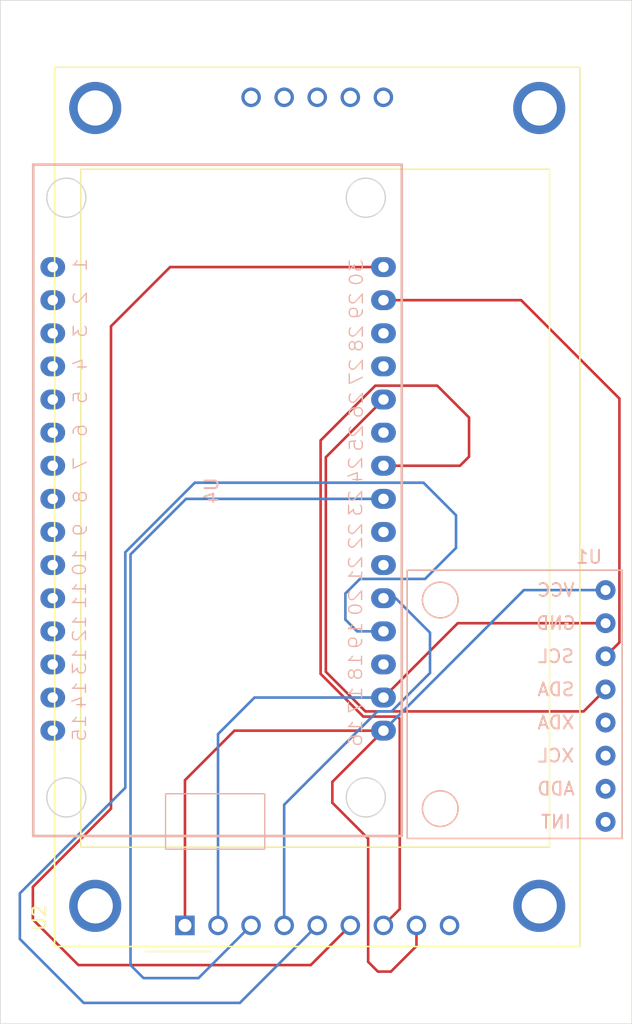
<source format=kicad_pcb>
(kicad_pcb (version 20240108) (generator "pcbnew") (generator_version "8.0")
  (layers (0 "F.Cu" signal) (31 "B.Cu" signal) (34 "B.Paste" user) (35 "F.Paste" user) (36 "B.SilkS" user "B.Silkscreen") (37 "F.SilkS" user "F.Silkscreen") (38 "B.Mask" user) (39 "F.Mask" user) (44 "Edge.Cuts" user))
  (net 0 "")
  (net 20 "Net-(U2-SCK)")
  (net 21 "Net-(U2-RESET)")
  (net 22 "Net-(U2-MOSI)")
  (net 23 "Net-(U2-D{slash}~{C})")
  (net 24 "Net-(U2-~{CS})")
  (net 25 "Net-(U1-SCL)")
  (net 26 "Net-(U1-GND)")
  (net 27 "Net-(U1-SDA)")
  (net 28 "+3.3V")
  (footprint "Display:CR2013-MI2120" (layer "F.Cu") (at 33 87.625411 90)
    (property "Reference" "U2" (at 0.59 -11.18 90) (layer "F.SilkS"))
    (property "Value" "CR2013-MI2120")
    (fp_line (start 65.82 -10.01) (end 65.82 30.33) (stroke (width 0.12)) (layer "F.SilkS"))
    (fp_line (start -1.62 -10.01) (end 65.82 -10.01) (stroke (width 0.12)) (layer "F.SilkS"))
    (fp_line (start 58 -8) (end 58 28) (stroke (width 0.12)) (layer "F.SilkS"))
    (fp_line (start 6 -8) (end 58 -8) (stroke (width 0.12)) (layer "F.SilkS"))
    (fp_line (start -2 -3) (end -2 2) (stroke (width 0.12)) (layer "F.SilkS"))
    (fp_line (start 58 28) (end 6 28) (stroke (width 0.12)) (layer "F.SilkS"))
    (fp_line (start 6 28) (end 6 -8) (stroke (width 0.12)) (layer "F.SilkS"))
    (fp_line (start 65.82 30.33) (end -1.62 30.33) (stroke (width 0.12)) (layer "F.SilkS"))
    (fp_line (start -1.62 30.33) (end -1.62 -10.01) (stroke (width 0.12)) (layer "F.SilkS"))
    (pad "" thru_hole circle (at 1.5 -6.89 90) (size 4 4) (drill 2.7) (layers "*.Cu" "*.Mask" "In1.Cu" "In2.Cu" "In3.Cu" "In4.Cu" "In5.Cu" "In6.Cu" "In7.Cu" "In8.Cu" "In9.Cu" "In10.Cu" "In11.Cu" "In12.Cu" "In13.Cu" "In14.Cu" "In15.Cu" "In16.Cu" "In17.Cu" "In18.Cu" "In19.Cu" "In20.Cu" "In21.Cu" "In22.Cu" "In23.Cu" "In24.Cu" "In25.Cu" "In26.Cu" "In27.Cu" "In28.Cu" "In29.Cu" "In30.Cu"))
    (pad "" thru_hole circle (at 1.5 27.21 90) (size 4 4) (drill 2.7) (layers "*.Cu" "*.Mask" "In1.Cu" "In2.Cu" "In3.Cu" "In4.Cu" "In5.Cu" "In6.Cu" "In7.Cu" "In8.Cu" "In9.Cu" "In10.Cu" "In11.Cu" "In12.Cu" "In13.Cu" "In14.Cu" "In15.Cu" "In16.Cu" "In17.Cu" "In18.Cu" "In19.Cu" "In20.Cu" "In21.Cu" "In22.Cu" "In23.Cu" "In24.Cu" "In25.Cu" "In26.Cu" "In27.Cu" "In28.Cu" "In29.Cu" "In30.Cu"))
    (pad "" thru_hole circle (at 62.7 -6.89 90) (size 4 4) (drill 2.7) (layers "*.Cu" "*.Mask" "In1.Cu" "In2.Cu" "In3.Cu" "In4.Cu" "In5.Cu" "In6.Cu" "In7.Cu" "In8.Cu" "In9.Cu" "In10.Cu" "In11.Cu" "In12.Cu" "In13.Cu" "In14.Cu" "In15.Cu" "In16.Cu" "In17.Cu" "In18.Cu" "In19.Cu" "In20.Cu" "In21.Cu" "In22.Cu" "In23.Cu" "In24.Cu" "In25.Cu" "In26.Cu" "In27.Cu" "In28.Cu" "In29.Cu" "In30.Cu"))
    (pad "" thru_hole circle (at 62.7 27.21 90) (size 4 4) (drill 2.7) (layers "*.Cu" "*.Mask" "In1.Cu" "In2.Cu" "In3.Cu" "In4.Cu" "In5.Cu" "In6.Cu" "In7.Cu" "In8.Cu" "In9.Cu" "In10.Cu" "In11.Cu" "In12.Cu" "In13.Cu" "In14.Cu" "In15.Cu" "In16.Cu" "In17.Cu" "In18.Cu" "In19.Cu" "In20.Cu" "In21.Cu" "In22.Cu" "In23.Cu" "In24.Cu" "In25.Cu" "In26.Cu" "In27.Cu" "In28.Cu" "In29.Cu" "In30.Cu"))
    (pad "1" thru_hole rect (at 0 0 90) (size 1.5 1.5) (drill 1) (layers "*.Cu" "*.Mask" "In1.Cu" "In2.Cu" "In3.Cu" "In4.Cu" "In5.Cu" "In6.Cu" "In7.Cu" "In8.Cu" "In9.Cu" "In10.Cu" "In11.Cu" "In12.Cu" "In13.Cu" "In14.Cu" "In15.Cu" "In16.Cu" "In17.Cu" "In18.Cu" "In19.Cu" "In20.Cu" "In21.Cu" "In22.Cu" "In23.Cu" "In24.Cu" "In25.Cu" "In26.Cu" "In27.Cu" "In28.Cu" "In29.Cu" "In30.Cu") (net 28 "+3.3V"))
    (pad "2" thru_hole circle (at 0 2.54 90) (size 1.5 1.5) (drill 1) (layers "*.Cu" "*.Mask" "In1.Cu" "In2.Cu" "In3.Cu" "In4.Cu" "In5.Cu" "In6.Cu" "In7.Cu" "In8.Cu" "In9.Cu" "In10.Cu" "In11.Cu" "In12.Cu" "In13.Cu" "In14.Cu" "In15.Cu" "In16.Cu" "In17.Cu" "In18.Cu" "In19.Cu" "In20.Cu" "In21.Cu" "In22.Cu" "In23.Cu" "In24.Cu" "In25.Cu" "In26.Cu" "In27.Cu" "In28.Cu" "In29.Cu" "In30.Cu") (net 26 "Net-(U1-GND)"))
    (pad "3" thru_hole circle (at 0 5.08 90) (size 1.5 1.5) (drill 1) (layers "*.Cu" "*.Mask" "In1.Cu" "In2.Cu" "In3.Cu" "In4.Cu" "In5.Cu" "In6.Cu" "In7.Cu" "In8.Cu" "In9.Cu" "In10.Cu" "In11.Cu" "In12.Cu" "In13.Cu" "In14.Cu" "In15.Cu" "In16.Cu" "In17.Cu" "In18.Cu" "In19.Cu" "In20.Cu" "In21.Cu" "In22.Cu" "In23.Cu" "In24.Cu" "In25.Cu" "In26.Cu" "In27.Cu" "In28.Cu" "In29.Cu" "In30.Cu") (net 24 "Net-(U2-~{CS})"))
    (pad "4" thru_hole circle (at 0 7.62 90) (size 1.5 1.5) (drill 1) (layers "*.Cu" "*.Mask" "In1.Cu" "In2.Cu" "In3.Cu" "In4.Cu" "In5.Cu" "In6.Cu" "In7.Cu" "In8.Cu" "In9.Cu" "In10.Cu" "In11.Cu" "In12.Cu" "In13.Cu" "In14.Cu" "In15.Cu" "In16.Cu" "In17.Cu" "In18.Cu" "In19.Cu" "In20.Cu" "In21.Cu" "In22.Cu" "In23.Cu" "In24.Cu" "In25.Cu" "In26.Cu" "In27.Cu" "In28.Cu" "In29.Cu" "In30.Cu") (net 21 "Net-(U2-RESET)"))
    (pad "5" thru_hole circle (at 0 10.16 90) (size 1.5 1.5) (drill 1) (layers "*.Cu" "*.Mask" "In1.Cu" "In2.Cu" "In3.Cu" "In4.Cu" "In5.Cu" "In6.Cu" "In7.Cu" "In8.Cu" "In9.Cu" "In10.Cu" "In11.Cu" "In12.Cu" "In13.Cu" "In14.Cu" "In15.Cu" "In16.Cu" "In17.Cu" "In18.Cu" "In19.Cu" "In20.Cu" "In21.Cu" "In22.Cu" "In23.Cu" "In24.Cu" "In25.Cu" "In26.Cu" "In27.Cu" "In28.Cu" "In29.Cu" "In30.Cu") (net 23 "Net-(U2-D{slash}~{C})"))
    (pad "6" thru_hole circle (at 0 12.7 90) (size 1.5 1.5) (drill 1) (layers "*.Cu" "*.Mask" "In1.Cu" "In2.Cu" "In3.Cu" "In4.Cu" "In5.Cu" "In6.Cu" "In7.Cu" "In8.Cu" "In9.Cu" "In10.Cu" "In11.Cu" "In12.Cu" "In13.Cu" "In14.Cu" "In15.Cu" "In16.Cu" "In17.Cu" "In18.Cu" "In19.Cu" "In20.Cu" "In21.Cu" "In22.Cu" "In23.Cu" "In24.Cu" "In25.Cu" "In26.Cu" "In27.Cu" "In28.Cu" "In29.Cu" "In30.Cu") (net 22 "Net-(U2-MOSI)"))
    (pad "7" thru_hole circle (at 0 15.24 90) (size 1.5 1.5) (drill 1) (layers "*.Cu" "*.Mask" "In1.Cu" "In2.Cu" "In3.Cu" "In4.Cu" "In5.Cu" "In6.Cu" "In7.Cu" "In8.Cu" "In9.Cu" "In10.Cu" "In11.Cu" "In12.Cu" "In13.Cu" "In14.Cu" "In15.Cu" "In16.Cu" "In17.Cu" "In18.Cu" "In19.Cu" "In20.Cu" "In21.Cu" "In22.Cu" "In23.Cu" "In24.Cu" "In25.Cu" "In26.Cu" "In27.Cu" "In28.Cu" "In29.Cu" "In30.Cu") (net 20 "Net-(U2-SCK)"))
    (pad "8" thru_hole circle (at 0 17.78 90) (size 1.5 1.5) (drill 1) (layers "*.Cu" "*.Mask" "In1.Cu" "In2.Cu" "In3.Cu" "In4.Cu" "In5.Cu" "In6.Cu" "In7.Cu" "In8.Cu" "In9.Cu" "In10.Cu" "In11.Cu" "In12.Cu" "In13.Cu" "In14.Cu" "In15.Cu" "In16.Cu" "In17.Cu" "In18.Cu" "In19.Cu" "In20.Cu" "In21.Cu" "In22.Cu" "In23.Cu" "In24.Cu" "In25.Cu" "In26.Cu" "In27.Cu" "In28.Cu" "In29.Cu" "In30.Cu") (net 28 "+3.3V"))
    (pad "9" thru_hole circle (at 0 20.32 90) (size 1.5 1.5) (drill 1) (layers "*.Cu" "*.Mask" "In1.Cu" "In2.Cu" "In3.Cu" "In4.Cu" "In5.Cu" "In6.Cu" "In7.Cu" "In8.Cu" "In9.Cu" "In10.Cu" "In11.Cu" "In12.Cu" "In13.Cu" "In14.Cu" "In15.Cu" "In16.Cu" "In17.Cu" "In18.Cu" "In19.Cu" "In20.Cu" "In21.Cu" "In22.Cu" "In23.Cu" "In24.Cu" "In25.Cu" "In26.Cu" "In27.Cu" "In28.Cu" "In29.Cu" "In30.Cu"))
    (pad "10" thru_hole circle (at 63.52 5.08 90) (size 1.5 1.5) (drill 1) (layers "*.Cu" "*.Mask" "In1.Cu" "In2.Cu" "In3.Cu" "In4.Cu" "In5.Cu" "In6.Cu" "In7.Cu" "In8.Cu" "In9.Cu" "In10.Cu" "In11.Cu" "In12.Cu" "In13.Cu" "In14.Cu" "In15.Cu" "In16.Cu" "In17.Cu" "In18.Cu" "In19.Cu" "In20.Cu" "In21.Cu" "In22.Cu" "In23.Cu" "In24.Cu" "In25.Cu" "In26.Cu" "In27.Cu" "In28.Cu" "In29.Cu" "In30.Cu"))
    (pad "11" thru_hole circle (at 63.52 7.62 90) (size 1.5 1.5) (drill 1) (layers "*.Cu" "*.Mask" "In1.Cu" "In2.Cu" "In3.Cu" "In4.Cu" "In5.Cu" "In6.Cu" "In7.Cu" "In8.Cu" "In9.Cu" "In10.Cu" "In11.Cu" "In12.Cu" "In13.Cu" "In14.Cu" "In15.Cu" "In16.Cu" "In17.Cu" "In18.Cu" "In19.Cu" "In20.Cu" "In21.Cu" "In22.Cu" "In23.Cu" "In24.Cu" "In25.Cu" "In26.Cu" "In27.Cu" "In28.Cu" "In29.Cu" "In30.Cu"))
    (pad "12" thru_hole circle (at 63.52 10.16 90) (size 1.5 1.5) (drill 1) (layers "*.Cu" "*.Mask" "In1.Cu" "In2.Cu" "In3.Cu" "In4.Cu" "In5.Cu" "In6.Cu" "In7.Cu" "In8.Cu" "In9.Cu" "In10.Cu" "In11.Cu" "In12.Cu" "In13.Cu" "In14.Cu" "In15.Cu" "In16.Cu" "In17.Cu" "In18.Cu" "In19.Cu" "In20.Cu" "In21.Cu" "In22.Cu" "In23.Cu" "In24.Cu" "In25.Cu" "In26.Cu" "In27.Cu" "In28.Cu" "In29.Cu" "In30.Cu"))
    (pad "13" thru_hole circle (at 63.52 12.7 90) (size 1.5 1.5) (drill 1) (layers "*.Cu" "*.Mask" "In1.Cu" "In2.Cu" "In3.Cu" "In4.Cu" "In5.Cu" "In6.Cu" "In7.Cu" "In8.Cu" "In9.Cu" "In10.Cu" "In11.Cu" "In12.Cu" "In13.Cu" "In14.Cu" "In15.Cu" "In16.Cu" "In17.Cu" "In18.Cu" "In19.Cu" "In20.Cu" "In21.Cu" "In22.Cu" "In23.Cu" "In24.Cu" "In25.Cu" "In26.Cu" "In27.Cu" "In28.Cu" "In29.Cu" "In30.Cu"))
    (pad "14" thru_hole circle (at 63.52 15.24 90) (size 1.5 1.5) (drill 1) (layers "*.Cu" "*.Mask" "In1.Cu" "In2.Cu" "In3.Cu" "In4.Cu" "In5.Cu" "In6.Cu" "In7.Cu" "In8.Cu" "In9.Cu" "In10.Cu" "In11.Cu" "In12.Cu" "In13.Cu" "In14.Cu" "In15.Cu" "In16.Cu" "In17.Cu" "In18.Cu" "In19.Cu" "In20.Cu" "In21.Cu" "In22.Cu" "In23.Cu" "In24.Cu" "In25.Cu" "In26.Cu" "In27.Cu" "In28.Cu" "In29.Cu" "In30.Cu"))
  )
  (footprint "Espressif:ESP32_30pin" (layer "B.Cu") (at 35.32 54.667911 -90)
    (property "Reference" "U4" (at -0.395187 0.27246 90) (layer "B.SilkS") (effects (justify mirror)))
    (property "Value" "~")
    (fp_rect (start -25.4 13.97) (end 26.1 -14.33) (stroke (width 0.2)) (fill none) (layer "B.SilkS"))
    (fp_rect (start 22.86 3.81) (end 27.114179 -3.81) (stroke (width 0.1)) (fill none) (layer "B.SilkS"))
    (fp_circle (center -22.86 11.43) (end -21.36 11.43) (stroke (width 0.1)) (fill none) (layer "Edge.Cuts"))
    (fp_circle (center 23.14 11.43) (end 24.64 11.43) (stroke (width 0.1)) (fill none) (layer "Edge.Cuts"))
    (fp_circle (center -22.86 -11.57) (end -21.36 -11.57) (stroke (width 0.1)) (fill none) (layer "Edge.Cuts"))
    (fp_circle (center 23.14 -11.57) (end 24.64 -11.57) (stroke (width 0.1)) (fill none) (layer "Edge.Cuts"))
    (fp_text user "24" (at -3.093458 -11.373831 90) (layer "B.SilkS") (effects (font (size 1 1.1) (thickness 0.1)) (justify left bottom mirror)))
    (fp_text user "10" (at 4.015525 9.834583 90) (layer "B.SilkS") (effects (font (size 1 1.1) (thickness 0.1)) (justify left bottom mirror)))
    (fp_text user "1" (at -18.296175 9.77359 90) (layer "B.SilkS") (effects (font (size 1 1.1) (thickness 0.1)) (justify left bottom mirror)))
    (fp_text user "6" (at -5.596175 9.77359 90) (layer "B.SilkS") (effects (font (size 1 1.1) (thickness 0.1)) (justify left bottom mirror)))
    (fp_text user "2" (at -15.756175 9.77359 90) (layer "B.SilkS") (effects (font (size 1 1.1) (thickness 0.1)) (justify left bottom mirror)))
    (fp_text user "11" (at 6.555525 9.834583 90) (layer "B.SilkS") (effects (font (size 1 1.1) (thickness 0.1)) (justify left bottom mirror)))
    (fp_text user "12" (at 9.095525 9.834583 90) (layer "B.SilkS") (effects (font (size 1 1.1) (thickness 0.1)) (justify left bottom mirror)))
    (fp_text user "4" (at -10.676175 9.77359 90) (layer "B.SilkS") (effects (font (size 1 1.1) (thickness 0.1)) (justify left bottom mirror)))
    (fp_text user "25" (at -5.532504 -11.429083 90) (layer "B.SilkS") (effects (font (size 1 1.1) (thickness 0.1)) (justify left bottom mirror)))
    (fp_text user "5" (at -8.136175 9.77359 90) (layer "B.SilkS") (effects (font (size 1 1.1) (thickness 0.1)) (justify left bottom mirror)))
    (fp_text user "18" (at 12.034602 -11.368478 90) (layer "B.SilkS") (effects (font (size 1 1.1) (thickness 0.1)) (justify left bottom mirror)))
    (fp_text user "13" (at 11.635525 9.834583 90) (layer "B.SilkS") (effects (font (size 1 1.1) (thickness 0.1)) (justify left bottom mirror)))
    (fp_text user "30" (at -18.232504 -11.429083 90) (layer "B.SilkS") (effects (font (size 1 1.1) (thickness 0.1)) (justify left bottom mirror)))
    (fp_text user "21" (at 4.526542 -11.373831 90) (layer "B.SilkS") (effects (font (size 1 1.1) (thickness 0.1)) (justify left bottom mirror)))
    (fp_text user "7" (at -3.056175 9.77359 90) (layer "B.SilkS") (effects (font (size 1 1.1) (thickness 0.1)) (justify left bottom mirror)))
    (fp_text user "8" (at -0.516175 9.77359 90) (layer "B.SilkS") (effects (font (size 1 1.1) (thickness 0.1)) (justify left bottom mirror)))
    (fp_text user "16" (at 17.114602 -11.368478 90) (layer "B.SilkS") (effects (font (size 1 1.1) (thickness 0.1)) (justify left bottom mirror)))
    (fp_text user "19" (at 9.606542 -11.373831 90) (layer "B.SilkS") (effects (font (size 1 1.1) (thickness 0.1)) (justify left bottom mirror)))
    (fp_text user "20" (at 7.066542 -11.373831 90) (layer "B.SilkS") (effects (font (size 1 1.1) (thickness 0.1)) (justify left bottom mirror)))
    (fp_text user "23" (at -0.553458 -11.373831 90) (layer "B.SilkS") (effects (font (size 1 1.1) (thickness 0.1)) (justify left bottom mirror)))
    (fp_text user "14" (at 14.175525 9.834583 90) (layer "B.SilkS") (effects (font (size 1 1.1) (thickness 0.1)) (justify left bottom mirror)))
    (fp_text user "15" (at 16.715525 9.834583 90) (layer "B.SilkS") (effects (font (size 1 1.1) (thickness 0.1)) (justify left bottom mirror)))
    (fp_text user "22" (at 1.986542 -11.373831 90) (layer "B.SilkS") (effects (font (size 1 1.1) (thickness 0.1)) (justify left bottom mirror)))
    (fp_text user "29" (at -15.692504 -11.429083 90) (layer "B.SilkS") (effects (font (size 1 1.1) (thickness 0.1)) (justify left bottom mirror)))
    (fp_text user "28" (at -13.152504 -11.429083 90) (layer "B.SilkS") (effects (font (size 1 1.1) (thickness 0.1)) (justify left bottom mirror)))
    (fp_text user "3" (at -13.216175 9.77359 90) (layer "B.SilkS") (effects (font (size 1 1.1) (thickness 0.1)) (justify left bottom mirror)))
    (fp_text user "27" (at -10.612504 -11.429083 90) (layer "B.SilkS") (effects (font (size 1 1.1) (thickness 0.1)) (justify left bottom mirror)))
    (fp_text user "17" (at 14.574602 -11.368478 90) (layer "B.SilkS") (effects (font (size 1 1.1) (thickness 0.1)) (justify left bottom mirror)))
    (fp_text user "9" (at 2.023825 9.77359 90) (layer "B.SilkS") (effects (font (size 1 1.1) (thickness 0.1)) (justify left bottom mirror)))
    (fp_text user "26" (at -8.072504 -11.429083 90) (layer "B.SilkS") (effects (font (size 1 1.1) (thickness 0.1)) (justify left bottom mirror)))
    (pad "1" thru_hole oval (at -17.540187 12.47246 270) (size 1.524 1.9) (drill 0.8) (layers "*.Cu" "*.Mask" "In1.Cu" "In2.Cu" "In3.Cu" "In4.Cu" "In5.Cu" "In6.Cu" "In7.Cu" "In8.Cu" "In9.Cu" "In10.Cu" "In11.Cu" "In12.Cu" "In13.Cu" "In14.Cu" "In15.Cu" "In16.Cu" "In17.Cu" "In18.Cu" "In19.Cu" "In20.Cu" "In21.Cu" "In22.Cu" "In23.Cu" "In24.Cu" "In25.Cu" "In26.Cu" "In27.Cu" "In28.Cu" "In29.Cu" "In30.Cu"))
    (pad "2" thru_hole oval (at -15.000187 12.47246 270) (size 1.524 1.9) (drill 0.8) (layers "*.Cu" "*.Mask" "In1.Cu" "In2.Cu" "In3.Cu" "In4.Cu" "In5.Cu" "In6.Cu" "In7.Cu" "In8.Cu" "In9.Cu" "In10.Cu" "In11.Cu" "In12.Cu" "In13.Cu" "In14.Cu" "In15.Cu" "In16.Cu" "In17.Cu" "In18.Cu" "In19.Cu" "In20.Cu" "In21.Cu" "In22.Cu" "In23.Cu" "In24.Cu" "In25.Cu" "In26.Cu" "In27.Cu" "In28.Cu" "In29.Cu" "In30.Cu"))
    (pad "3" thru_hole oval (at -12.460187 12.47246 270) (size 1.524 1.9) (drill 0.8) (layers "*.Cu" "*.Mask" "In1.Cu" "In2.Cu" "In3.Cu" "In4.Cu" "In5.Cu" "In6.Cu" "In7.Cu" "In8.Cu" "In9.Cu" "In10.Cu" "In11.Cu" "In12.Cu" "In13.Cu" "In14.Cu" "In15.Cu" "In16.Cu" "In17.Cu" "In18.Cu" "In19.Cu" "In20.Cu" "In21.Cu" "In22.Cu" "In23.Cu" "In24.Cu" "In25.Cu" "In26.Cu" "In27.Cu" "In28.Cu" "In29.Cu" "In30.Cu"))
    (pad "4" thru_hole oval (at -9.920187 12.47246 270) (size 1.524 1.9) (drill 0.8) (layers "*.Cu" "*.Mask" "In1.Cu" "In2.Cu" "In3.Cu" "In4.Cu" "In5.Cu" "In6.Cu" "In7.Cu" "In8.Cu" "In9.Cu" "In10.Cu" "In11.Cu" "In12.Cu" "In13.Cu" "In14.Cu" "In15.Cu" "In16.Cu" "In17.Cu" "In18.Cu" "In19.Cu" "In20.Cu" "In21.Cu" "In22.Cu" "In23.Cu" "In24.Cu" "In25.Cu" "In26.Cu" "In27.Cu" "In28.Cu" "In29.Cu" "In30.Cu"))
    (pad "5" thru_hole oval (at -7.380187 12.47246 270) (size 1.524 1.9) (drill 0.8) (layers "*.Cu" "*.Mask" "In1.Cu" "In2.Cu" "In3.Cu" "In4.Cu" "In5.Cu" "In6.Cu" "In7.Cu" "In8.Cu" "In9.Cu" "In10.Cu" "In11.Cu" "In12.Cu" "In13.Cu" "In14.Cu" "In15.Cu" "In16.Cu" "In17.Cu" "In18.Cu" "In19.Cu" "In20.Cu" "In21.Cu" "In22.Cu" "In23.Cu" "In24.Cu" "In25.Cu" "In26.Cu" "In27.Cu" "In28.Cu" "In29.Cu" "In30.Cu"))
    (pad "6" thru_hole oval (at -4.840187 12.47246 270) (size 1.524 1.9) (drill 0.8) (layers "*.Cu" "*.Mask" "In1.Cu" "In2.Cu" "In3.Cu" "In4.Cu" "In5.Cu" "In6.Cu" "In7.Cu" "In8.Cu" "In9.Cu" "In10.Cu" "In11.Cu" "In12.Cu" "In13.Cu" "In14.Cu" "In15.Cu" "In16.Cu" "In17.Cu" "In18.Cu" "In19.Cu" "In20.Cu" "In21.Cu" "In22.Cu" "In23.Cu" "In24.Cu" "In25.Cu" "In26.Cu" "In27.Cu" "In28.Cu" "In29.Cu" "In30.Cu"))
    (pad "7" thru_hole oval (at -2.300187 12.47246 270) (size 1.524 1.9) (drill 0.8) (layers "*.Cu" "*.Mask" "In1.Cu" "In2.Cu" "In3.Cu" "In4.Cu" "In5.Cu" "In6.Cu" "In7.Cu" "In8.Cu" "In9.Cu" "In10.Cu" "In11.Cu" "In12.Cu" "In13.Cu" "In14.Cu" "In15.Cu" "In16.Cu" "In17.Cu" "In18.Cu" "In19.Cu" "In20.Cu" "In21.Cu" "In22.Cu" "In23.Cu" "In24.Cu" "In25.Cu" "In26.Cu" "In27.Cu" "In28.Cu" "In29.Cu" "In30.Cu"))
    (pad "8" thru_hole oval (at 0.239813 12.47246 270) (size 1.524 1.9) (drill 0.8) (layers "*.Cu" "*.Mask" "In1.Cu" "In2.Cu" "In3.Cu" "In4.Cu" "In5.Cu" "In6.Cu" "In7.Cu" "In8.Cu" "In9.Cu" "In10.Cu" "In11.Cu" "In12.Cu" "In13.Cu" "In14.Cu" "In15.Cu" "In16.Cu" "In17.Cu" "In18.Cu" "In19.Cu" "In20.Cu" "In21.Cu" "In22.Cu" "In23.Cu" "In24.Cu" "In25.Cu" "In26.Cu" "In27.Cu" "In28.Cu" "In29.Cu" "In30.Cu"))
    (pad "9" thru_hole oval (at 2.779813 12.47246 270) (size 1.524 1.9) (drill 0.8) (layers "*.Cu" "*.Mask" "In1.Cu" "In2.Cu" "In3.Cu" "In4.Cu" "In5.Cu" "In6.Cu" "In7.Cu" "In8.Cu" "In9.Cu" "In10.Cu" "In11.Cu" "In12.Cu" "In13.Cu" "In14.Cu" "In15.Cu" "In16.Cu" "In17.Cu" "In18.Cu" "In19.Cu" "In20.Cu" "In21.Cu" "In22.Cu" "In23.Cu" "In24.Cu" "In25.Cu" "In26.Cu" "In27.Cu" "In28.Cu" "In29.Cu" "In30.Cu"))
    (pad "10" thru_hole oval (at 5.319813 12.47246 270) (size 1.524 1.9) (drill 0.8) (layers "*.Cu" "*.Mask" "In1.Cu" "In2.Cu" "In3.Cu" "In4.Cu" "In5.Cu" "In6.Cu" "In7.Cu" "In8.Cu" "In9.Cu" "In10.Cu" "In11.Cu" "In12.Cu" "In13.Cu" "In14.Cu" "In15.Cu" "In16.Cu" "In17.Cu" "In18.Cu" "In19.Cu" "In20.Cu" "In21.Cu" "In22.Cu" "In23.Cu" "In24.Cu" "In25.Cu" "In26.Cu" "In27.Cu" "In28.Cu" "In29.Cu" "In30.Cu"))
    (pad "11" thru_hole oval (at 7.859813 12.47246 270) (size 1.524 1.9) (drill 0.8) (layers "*.Cu" "*.Mask" "In1.Cu" "In2.Cu" "In3.Cu" "In4.Cu" "In5.Cu" "In6.Cu" "In7.Cu" "In8.Cu" "In9.Cu" "In10.Cu" "In11.Cu" "In12.Cu" "In13.Cu" "In14.Cu" "In15.Cu" "In16.Cu" "In17.Cu" "In18.Cu" "In19.Cu" "In20.Cu" "In21.Cu" "In22.Cu" "In23.Cu" "In24.Cu" "In25.Cu" "In26.Cu" "In27.Cu" "In28.Cu" "In29.Cu" "In30.Cu"))
    (pad "12" thru_hole oval (at 10.399813 12.47246 270) (size 1.524 1.9) (drill 0.8) (layers "*.Cu" "*.Mask" "In1.Cu" "In2.Cu" "In3.Cu" "In4.Cu" "In5.Cu" "In6.Cu" "In7.Cu" "In8.Cu" "In9.Cu" "In10.Cu" "In11.Cu" "In12.Cu" "In13.Cu" "In14.Cu" "In15.Cu" "In16.Cu" "In17.Cu" "In18.Cu" "In19.Cu" "In20.Cu" "In21.Cu" "In22.Cu" "In23.Cu" "In24.Cu" "In25.Cu" "In26.Cu" "In27.Cu" "In28.Cu" "In29.Cu" "In30.Cu"))
    (pad "13" thru_hole oval (at 12.939813 12.47246 270) (size 1.524 1.9) (drill 0.8) (layers "*.Cu" "*.Mask" "In1.Cu" "In2.Cu" "In3.Cu" "In4.Cu" "In5.Cu" "In6.Cu" "In7.Cu" "In8.Cu" "In9.Cu" "In10.Cu" "In11.Cu" "In12.Cu" "In13.Cu" "In14.Cu" "In15.Cu" "In16.Cu" "In17.Cu" "In18.Cu" "In19.Cu" "In20.Cu" "In21.Cu" "In22.Cu" "In23.Cu" "In24.Cu" "In25.Cu" "In26.Cu" "In27.Cu" "In28.Cu" "In29.Cu" "In30.Cu"))
    (pad "14" thru_hole oval (at 15.479813 12.47246 270) (size 1.524 1.9) (drill 0.8) (layers "*.Cu" "*.Mask" "In1.Cu" "In2.Cu" "In3.Cu" "In4.Cu" "In5.Cu" "In6.Cu" "In7.Cu" "In8.Cu" "In9.Cu" "In10.Cu" "In11.Cu" "In12.Cu" "In13.Cu" "In14.Cu" "In15.Cu" "In16.Cu" "In17.Cu" "In18.Cu" "In19.Cu" "In20.Cu" "In21.Cu" "In22.Cu" "In23.Cu" "In24.Cu" "In25.Cu" "In26.Cu" "In27.Cu" "In28.Cu" "In29.Cu" "In30.Cu"))
    (pad "15" thru_hole oval (at 18.019813 12.47246 270) (size 1.524 1.9) (drill 0.8) (layers "*.Cu" "*.Mask" "In1.Cu" "In2.Cu" "In3.Cu" "In4.Cu" "In5.Cu" "In6.Cu" "In7.Cu" "In8.Cu" "In9.Cu" "In10.Cu" "In11.Cu" "In12.Cu" "In13.Cu" "In14.Cu" "In15.Cu" "In16.Cu" "In17.Cu" "In18.Cu" "In19.Cu" "In20.Cu" "In21.Cu" "In22.Cu" "In23.Cu" "In24.Cu" "In25.Cu" "In26.Cu" "In27.Cu" "In28.Cu" "In29.Cu" "In30.Cu"))
    (pad "16" thru_hole oval (at 18.019813 -12.92754 270) (size 1.524 1.9) (drill 0.8) (layers "*.Cu" "*.Mask" "In1.Cu" "In2.Cu" "In3.Cu" "In4.Cu" "In5.Cu" "In6.Cu" "In7.Cu" "In8.Cu" "In9.Cu" "In10.Cu" "In11.Cu" "In12.Cu" "In13.Cu" "In14.Cu" "In15.Cu" "In16.Cu" "In17.Cu" "In18.Cu" "In19.Cu" "In20.Cu" "In21.Cu" "In22.Cu" "In23.Cu" "In24.Cu" "In25.Cu" "In26.Cu" "In27.Cu" "In28.Cu" "In29.Cu" "In30.Cu") (net 28 "+3.3V"))
    (pad "17" thru_hole oval (at 15.479813 -12.92754 270) (size 1.524 1.9) (drill 0.8) (layers "*.Cu" "*.Mask" "In1.Cu" "In2.Cu" "In3.Cu" "In4.Cu" "In5.Cu" "In6.Cu" "In7.Cu" "In8.Cu" "In9.Cu" "In10.Cu" "In11.Cu" "In12.Cu" "In13.Cu" "In14.Cu" "In15.Cu" "In16.Cu" "In17.Cu" "In18.Cu" "In19.Cu" "In20.Cu" "In21.Cu" "In22.Cu" "In23.Cu" "In24.Cu" "In25.Cu" "In26.Cu" "In27.Cu" "In28.Cu" "In29.Cu" "In30.Cu") (net 26 "Net-(U1-GND)"))
    (pad "18" thru_hole oval (at 12.939813 -12.92754 270) (size 1.524 1.9) (drill 0.8) (layers "*.Cu" "*.Mask" "In1.Cu" "In2.Cu" "In3.Cu" "In4.Cu" "In5.Cu" "In6.Cu" "In7.Cu" "In8.Cu" "In9.Cu" "In10.Cu" "In11.Cu" "In12.Cu" "In13.Cu" "In14.Cu" "In15.Cu" "In16.Cu" "In17.Cu" "In18.Cu" "In19.Cu" "In20.Cu" "In21.Cu" "In22.Cu" "In23.Cu" "In24.Cu" "In25.Cu" "In26.Cu" "In27.Cu" "In28.Cu" "In29.Cu" "In30.Cu"))
    (pad "19" thru_hole oval (at 10.399813 -12.92754 270) (size 1.524 1.9) (drill 0.8) (layers "*.Cu" "*.Mask" "In1.Cu" "In2.Cu" "In3.Cu" "In4.Cu" "In5.Cu" "In6.Cu" "In7.Cu" "In8.Cu" "In9.Cu" "In10.Cu" "In11.Cu" "In12.Cu" "In13.Cu" "In14.Cu" "In15.Cu" "In16.Cu" "In17.Cu" "In18.Cu" "In19.Cu" "In20.Cu" "In21.Cu" "In22.Cu" "In23.Cu" "In24.Cu" "In25.Cu" "In26.Cu" "In27.Cu" "In28.Cu" "In29.Cu" "In30.Cu") (net 23 "Net-(U2-D{slash}~{C})"))
    (pad "20" thru_hole oval (at 7.859813 -12.92754 270) (size 1.524 1.9) (drill 0.8) (layers "*.Cu" "*.Mask" "In1.Cu" "In2.Cu" "In3.Cu" "In4.Cu" "In5.Cu" "In6.Cu" "In7.Cu" "In8.Cu" "In9.Cu" "In10.Cu" "In11.Cu" "In12.Cu" "In13.Cu" "In14.Cu" "In15.Cu" "In16.Cu" "In17.Cu" "In18.Cu" "In19.Cu" "In20.Cu" "In21.Cu" "In22.Cu" "In23.Cu" "In24.Cu" "In25.Cu" "In26.Cu" "In27.Cu" "In28.Cu" "In29.Cu" "In30.Cu") (net 21 "Net-(U2-RESET)"))
    (pad "21" thru_hole oval (at 5.319813 -12.92754 270) (size 1.524 1.9) (drill 0.8) (layers "*.Cu" "*.Mask" "In1.Cu" "In2.Cu" "In3.Cu" "In4.Cu" "In5.Cu" "In6.Cu" "In7.Cu" "In8.Cu" "In9.Cu" "In10.Cu" "In11.Cu" "In12.Cu" "In13.Cu" "In14.Cu" "In15.Cu" "In16.Cu" "In17.Cu" "In18.Cu" "In19.Cu" "In20.Cu" "In21.Cu" "In22.Cu" "In23.Cu" "In24.Cu" "In25.Cu" "In26.Cu" "In27.Cu" "In28.Cu" "In29.Cu" "In30.Cu"))
    (pad "22" thru_hole oval (at 2.779813 -12.92754 270) (size 1.524 1.9) (drill 0.8) (layers "*.Cu" "*.Mask" "In1.Cu" "In2.Cu" "In3.Cu" "In4.Cu" "In5.Cu" "In6.Cu" "In7.Cu" "In8.Cu" "In9.Cu" "In10.Cu" "In11.Cu" "In12.Cu" "In13.Cu" "In14.Cu" "In15.Cu" "In16.Cu" "In17.Cu" "In18.Cu" "In19.Cu" "In20.Cu" "In21.Cu" "In22.Cu" "In23.Cu" "In24.Cu" "In25.Cu" "In26.Cu" "In27.Cu" "In28.Cu" "In29.Cu" "In30.Cu"))
    (pad "23" thru_hole oval (at 0.239813 -12.92754 270) (size 1.524 1.9) (drill 0.8) (layers "*.Cu" "*.Mask" "In1.Cu" "In2.Cu" "In3.Cu" "In4.Cu" "In5.Cu" "In6.Cu" "In7.Cu" "In8.Cu" "In9.Cu" "In10.Cu" "In11.Cu" "In12.Cu" "In13.Cu" "In14.Cu" "In15.Cu" "In16.Cu" "In17.Cu" "In18.Cu" "In19.Cu" "In20.Cu" "In21.Cu" "In22.Cu" "In23.Cu" "In24.Cu" "In25.Cu" "In26.Cu" "In27.Cu" "In28.Cu" "In29.Cu" "In30.Cu") (net 24 "Net-(U2-~{CS})"))
    (pad "24" thru_hole oval (at -2.300187 -12.92754 270) (size 1.524 1.9) (drill 0.8) (layers "*.Cu" "*.Mask" "In1.Cu" "In2.Cu" "In3.Cu" "In4.Cu" "In5.Cu" "In6.Cu" "In7.Cu" "In8.Cu" "In9.Cu" "In10.Cu" "In11.Cu" "In12.Cu" "In13.Cu" "In14.Cu" "In15.Cu" "In16.Cu" "In17.Cu" "In18.Cu" "In19.Cu" "In20.Cu" "In21.Cu" "In22.Cu" "In23.Cu" "In24.Cu" "In25.Cu" "In26.Cu" "In27.Cu" "In28.Cu" "In29.Cu" "In30.Cu") (net 20 "Net-(U2-SCK)"))
    (pad "25" thru_hole oval (at -4.840187 -12.92754 270) (size 1.524 1.9) (drill 0.8) (layers "*.Cu" "*.Mask" "In1.Cu" "In2.Cu" "In3.Cu" "In4.Cu" "In5.Cu" "In6.Cu" "In7.Cu" "In8.Cu" "In9.Cu" "In10.Cu" "In11.Cu" "In12.Cu" "In13.Cu" "In14.Cu" "In15.Cu" "In16.Cu" "In17.Cu" "In18.Cu" "In19.Cu" "In20.Cu" "In21.Cu" "In22.Cu" "In23.Cu" "In24.Cu" "In25.Cu" "In26.Cu" "In27.Cu" "In28.Cu" "In29.Cu" "In30.Cu"))
    (pad "26" thru_hole oval (at -7.380187 -12.92754 270) (size 1.524 1.9) (drill 0.8) (layers "*.Cu" "*.Mask" "In1.Cu" "In2.Cu" "In3.Cu" "In4.Cu" "In5.Cu" "In6.Cu" "In7.Cu" "In8.Cu" "In9.Cu" "In10.Cu" "In11.Cu" "In12.Cu" "In13.Cu" "In14.Cu" "In15.Cu" "In16.Cu" "In17.Cu" "In18.Cu" "In19.Cu" "In20.Cu" "In21.Cu" "In22.Cu" "In23.Cu" "In24.Cu" "In25.Cu" "In26.Cu" "In27.Cu" "In28.Cu" "In29.Cu" "In30.Cu") (net 27 "Net-(U1-SDA)"))
    (pad "27" thru_hole oval (at -9.920187 -12.92754 270) (size 1.524 1.9) (drill 0.8) (layers "*.Cu" "*.Mask" "In1.Cu" "In2.Cu" "In3.Cu" "In4.Cu" "In5.Cu" "In6.Cu" "In7.Cu" "In8.Cu" "In9.Cu" "In10.Cu" "In11.Cu" "In12.Cu" "In13.Cu" "In14.Cu" "In15.Cu" "In16.Cu" "In17.Cu" "In18.Cu" "In19.Cu" "In20.Cu" "In21.Cu" "In22.Cu" "In23.Cu" "In24.Cu" "In25.Cu" "In26.Cu" "In27.Cu" "In28.Cu" "In29.Cu" "In30.Cu"))
    (pad "28" thru_hole oval (at -12.460187 -12.92754 270) (size 1.524 1.9) (drill 0.8) (layers "*.Cu" "*.Mask" "In1.Cu" "In2.Cu" "In3.Cu" "In4.Cu" "In5.Cu" "In6.Cu" "In7.Cu" "In8.Cu" "In9.Cu" "In10.Cu" "In11.Cu" "In12.Cu" "In13.Cu" "In14.Cu" "In15.Cu" "In16.Cu" "In17.Cu" "In18.Cu" "In19.Cu" "In20.Cu" "In21.Cu" "In22.Cu" "In23.Cu" "In24.Cu" "In25.Cu" "In26.Cu" "In27.Cu" "In28.Cu" "In29.Cu" "In30.Cu"))
    (pad "29" thru_hole oval (at -15.000187 -12.92754 270) (size 1.524 1.9) (drill 0.8) (layers "*.Cu" "*.Mask" "In1.Cu" "In2.Cu" "In3.Cu" "In4.Cu" "In5.Cu" "In6.Cu" "In7.Cu" "In8.Cu" "In9.Cu" "In10.Cu" "In11.Cu" "In12.Cu" "In13.Cu" "In14.Cu" "In15.Cu" "In16.Cu" "In17.Cu" "In18.Cu" "In19.Cu" "In20.Cu" "In21.Cu" "In22.Cu" "In23.Cu" "In24.Cu" "In25.Cu" "In26.Cu" "In27.Cu" "In28.Cu" "In29.Cu" "In30.Cu") (net 25 "Net-(U1-SCL)"))
    (pad "30" thru_hole oval (at -17.540187 -12.92754 270) (size 1.524 1.9) (drill 0.8) (layers "*.Cu" "*.Mask" "In1.Cu" "In2.Cu" "In3.Cu" "In4.Cu" "In5.Cu" "In6.Cu" "In7.Cu" "In8.Cu" "In9.Cu" "In10.Cu" "In11.Cu" "In12.Cu" "In13.Cu" "In14.Cu" "In15.Cu" "In16.Cu" "In17.Cu" "In18.Cu" "In19.Cu" "In20.Cu" "In21.Cu" "In22.Cu" "In23.Cu" "In24.Cu" "In25.Cu" "In26.Cu" "In27.Cu" "In28.Cu" "In29.Cu" "In30.Cu") (net 22 "Net-(U2-MOSI)"))
  )
  (footprint "usini_sensors:module_mpu6050" (layer "B.Cu") (at 65.305 79.684911 180)
    (property "Reference" "U1" (at 1.27 20.32 0) (layer "B.SilkS") (effects (justify mirror)))
    (property "Value" "module_mpu6050")
    (fp_line (start 15.24 19.304) (end -1.27 19.304) (stroke (width 0.12)) (layer "B.SilkS"))
    (fp_line (start 15.24 -1.27) (end 15.24 19.304) (stroke (width 0.12)) (layer "B.SilkS"))
    (fp_line (start -1.27 19.304) (end -1.27 -1.27) (stroke (width 0.12)) (layer "B.SilkS"))
    (fp_line (start -1.27 -1.27) (end 15.24 -1.27) (stroke (width 0.12)) (layer "B.SilkS"))
    (fp_circle (center 12.7 17.018) (end 13.208 15.748) (stroke (width 0.12)) (fill none) (layer "B.SilkS"))
    (fp_circle (center 12.7 1.016) (end 13.208 -0.254) (stroke (width 0.12)) (fill none) (layer "B.SilkS"))
    (fp_text user "XCL" (at 3.81 5.08 0) (layer "B.SilkS") (effects (justify mirror)))
    (fp_text user "XDA" (at 3.81 7.62 0) (layer "B.SilkS") (effects (justify mirror)))
    (fp_text user "INT" (at 3.81 0 0) (layer "B.SilkS") (effects (justify mirror)))
    (fp_text user "GND" (at 3.81 15.24 0) (layer "B.SilkS") (effects (justify mirror)))
    (fp_text user "ADD" (at 3.81 2.54 0) (layer "B.SilkS") (effects (justify mirror)))
    (fp_text user "SDA" (at 3.81 10.16 0) (layer "B.SilkS") (effects (justify mirror)))
    (fp_text user "VCC" (at 3.81 17.78 0) (layer "B.SilkS") (effects (justify mirror)))
    (fp_text user "SCL" (at 3.81 12.7 0) (layer "B.SilkS") (effects (justify mirror)))
    (pad "1" thru_hole circle (at 0 17.78 180) (size 1.524 1.524) (drill 0.762) (layers "*.Cu" "*.Mask" "In1.Cu" "In2.Cu" "In3.Cu" "In4.Cu" "In5.Cu" "In6.Cu" "In7.Cu" "In8.Cu" "In9.Cu" "In10.Cu" "In11.Cu" "In12.Cu" "In13.Cu" "In14.Cu" "In15.Cu" "In16.Cu" "In17.Cu" "In18.Cu" "In19.Cu" "In20.Cu" "In21.Cu" "In22.Cu" "In23.Cu" "In24.Cu" "In25.Cu" "In26.Cu" "In27.Cu" "In28.Cu" "In29.Cu" "In30.Cu") (net 28 "+3.3V"))
    (pad "2" thru_hole circle (at 0 15.24 180) (size 1.524 1.524) (drill 0.762) (layers "*.Cu" "*.Mask" "In1.Cu" "In2.Cu" "In3.Cu" "In4.Cu" "In5.Cu" "In6.Cu" "In7.Cu" "In8.Cu" "In9.Cu" "In10.Cu" "In11.Cu" "In12.Cu" "In13.Cu" "In14.Cu" "In15.Cu" "In16.Cu" "In17.Cu" "In18.Cu" "In19.Cu" "In20.Cu" "In21.Cu" "In22.Cu" "In23.Cu" "In24.Cu" "In25.Cu" "In26.Cu" "In27.Cu" "In28.Cu" "In29.Cu" "In30.Cu") (net 26 "Net-(U1-GND)"))
    (pad "3" thru_hole circle (at 0 12.7 180) (size 1.524 1.524) (drill 0.762) (layers "*.Cu" "*.Mask" "In1.Cu" "In2.Cu" "In3.Cu" "In4.Cu" "In5.Cu" "In6.Cu" "In7.Cu" "In8.Cu" "In9.Cu" "In10.Cu" "In11.Cu" "In12.Cu" "In13.Cu" "In14.Cu" "In15.Cu" "In16.Cu" "In17.Cu" "In18.Cu" "In19.Cu" "In20.Cu" "In21.Cu" "In22.Cu" "In23.Cu" "In24.Cu" "In25.Cu" "In26.Cu" "In27.Cu" "In28.Cu" "In29.Cu" "In30.Cu") (net 25 "Net-(U1-SCL)"))
    (pad "4" thru_hole circle (at 0 10.16 180) (size 1.524 1.524) (drill 0.762) (layers "*.Cu" "*.Mask" "In1.Cu" "In2.Cu" "In3.Cu" "In4.Cu" "In5.Cu" "In6.Cu" "In7.Cu" "In8.Cu" "In9.Cu" "In10.Cu" "In11.Cu" "In12.Cu" "In13.Cu" "In14.Cu" "In15.Cu" "In16.Cu" "In17.Cu" "In18.Cu" "In19.Cu" "In20.Cu" "In21.Cu" "In22.Cu" "In23.Cu" "In24.Cu" "In25.Cu" "In26.Cu" "In27.Cu" "In28.Cu" "In29.Cu" "In30.Cu") (net 27 "Net-(U1-SDA)"))
    (pad "5" thru_hole circle (at 0 7.62 180) (size 1.524 1.524) (drill 0.762) (layers "*.Cu" "*.Mask" "In1.Cu" "In2.Cu" "In3.Cu" "In4.Cu" "In5.Cu" "In6.Cu" "In7.Cu" "In8.Cu" "In9.Cu" "In10.Cu" "In11.Cu" "In12.Cu" "In13.Cu" "In14.Cu" "In15.Cu" "In16.Cu" "In17.Cu" "In18.Cu" "In19.Cu" "In20.Cu" "In21.Cu" "In22.Cu" "In23.Cu" "In24.Cu" "In25.Cu" "In26.Cu" "In27.Cu" "In28.Cu" "In29.Cu" "In30.Cu"))
    (pad "6" thru_hole circle (at 0 5.08 180) (size 1.524 1.524) (drill 0.762) (layers "*.Cu" "*.Mask" "In1.Cu" "In2.Cu" "In3.Cu" "In4.Cu" "In5.Cu" "In6.Cu" "In7.Cu" "In8.Cu" "In9.Cu" "In10.Cu" "In11.Cu" "In12.Cu" "In13.Cu" "In14.Cu" "In15.Cu" "In16.Cu" "In17.Cu" "In18.Cu" "In19.Cu" "In20.Cu" "In21.Cu" "In22.Cu" "In23.Cu" "In24.Cu" "In25.Cu" "In26.Cu" "In27.Cu" "In28.Cu" "In29.Cu" "In30.Cu"))
    (pad "7" thru_hole circle (at 0 2.54 180) (size 1.524 1.524) (drill 0.762) (layers "*.Cu" "*.Mask" "In1.Cu" "In2.Cu" "In3.Cu" "In4.Cu" "In5.Cu" "In6.Cu" "In7.Cu" "In8.Cu" "In9.Cu" "In10.Cu" "In11.Cu" "In12.Cu" "In13.Cu" "In14.Cu" "In15.Cu" "In16.Cu" "In17.Cu" "In18.Cu" "In19.Cu" "In20.Cu" "In21.Cu" "In22.Cu" "In23.Cu" "In24.Cu" "In25.Cu" "In26.Cu" "In27.Cu" "In28.Cu" "In29.Cu" "In30.Cu"))
    (pad "8" thru_hole circle (at 0 0 180) (size 1.524 1.524) (drill 0.762) (layers "*.Cu" "*.Mask" "In1.Cu" "In2.Cu" "In3.Cu" "In4.Cu" "In5.Cu" "In6.Cu" "In7.Cu" "In8.Cu" "In9.Cu" "In10.Cu" "In11.Cu" "In12.Cu" "In13.Cu" "In14.Cu" "In15.Cu" "In16.Cu" "In17.Cu" "In18.Cu" "In19.Cu" "In20.Cu" "In21.Cu" "In22.Cu" "In23.Cu" "In24.Cu" "In25.Cu" "In26.Cu" "In27.Cu" "In28.Cu" "In29.Cu" "In30.Cu"))
  )
  (gr_rect (start 18.82 16.667911) (end 67.32 95.167911) (stroke (width 0.05)) (fill none) (layer "Edge.Cuts"))
  (segment (start 49.49754 71.787264) (end 49.32 71.609724) (width 0.2) (layer "F.Cu") (net 20))
  (segment (start 43.42 68.333597) (end 43.42 50.425369) (width 0.2) (layer "F.Cu") (net 20))
  (segment (start 49.32 71.609724) (end 46.696127 71.609724) (width 0.2) (layer "F.Cu") (net 20))
  (segment (start 54.120187 52.367724) (end 48.24754 52.367724) (width 0.2) (layer "F.Cu") (net 20))
  (segment (start 46.696127 71.609724) (end 43.42 68.333597) (width 0.2) (layer "F.Cu") (net 20))
  (segment (start 49.49754 86.367871) (end 49.49754 71.787264) (width 0.2) (layer "F.Cu") (net 20))
  (segment (start 47.619645 46.225724) (end 52.377813 46.225724) (width 0.2) (layer "F.Cu") (net 20))
  (segment (start 48.24 87.625411) (end 49.49754 86.367871) (width 0.2) (layer "F.Cu") (net 20))
  (segment (start 54.82 48.667911) (end 54.82 51.667911) (width 0.2) (layer "F.Cu") (net 20))
  (segment (start 52.377813 46.225724) (end 54.82 48.667911) (width 0.2) (layer "F.Cu") (net 20))
  (segment (start 54.82 51.667911) (end 54.120187 52.367724) (width 0.2) (layer "F.Cu") (net 20))
  (segment (start 43.42 50.425369) (end 47.619645 46.225724) (width 0.2) (layer "F.Cu") (net 20))
  (segment (start 48.875435 71.209724) (end 51.82 68.265159) (width 0.2) (layer "B.Cu") (net 21))
  (segment (start 40.62 87.625411) (end 40.62 78.367911) (width 0.2) (layer "B.Cu") (net 21))
  (segment (start 49.179813 62.527724) (end 48.24754 62.527724) (width 0.2) (layer "B.Cu") (net 21))
  (segment (start 47.778187 71.209724) (end 48.875435 71.209724) (width 0.2) (layer "B.Cu") (net 21))
  (segment (start 51.82 65.167911) (end 49.179813 62.527724) (width 0.2) (layer "B.Cu") (net 21))
  (segment (start 51.82 68.265159) (end 51.82 65.167911) (width 0.2) (layer "B.Cu") (net 21))
  (segment (start 40.62 78.367911) (end 47.778187 71.209724) (width 0.2) (layer "B.Cu") (net 21))
  (segment (start 31.860187 37.127724) (end 48.24754 37.127724) (width 0.2) (layer "F.Cu") (net 22))
  (segment (start 21.32 84.667911) (end 27.32 78.667911) (width 0.2) (layer "F.Cu") (net 22))
  (segment (start 27.32 41.667911) (end 31.860187 37.127724) (width 0.2) (layer "F.Cu") (net 22))
  (segment (start 24.82 90.667911) (end 21.32 87.167911) (width 0.2) (layer "F.Cu") (net 22))
  (segment (start 21.32 87.167911) (end 21.32 84.667911) (width 0.2) (layer "F.Cu") (net 22))
  (segment (start 27.32 78.667911) (end 27.32 41.667911) (width 0.2) (layer "F.Cu") (net 22))
  (segment (start 42.6575 90.667911) (end 24.82 90.667911) (width 0.2) (layer "F.Cu") (net 22))
  (segment (start 45.7 87.625411) (end 42.6575 90.667911) (width 0.2) (layer "F.Cu") (net 22))
  (segment (start 20.32 85.167911) (end 28.42 77.067911) (width 0.2) (layer "B.Cu") (net 23))
  (segment (start 20.32 88.667911) (end 20.32 85.167911) (width 0.2) (layer "B.Cu") (net 23))
  (segment (start 25.22 93.567911) (end 20.32 88.667911) (width 0.2) (layer "B.Cu") (net 23))
  (segment (start 37.2175 93.567911) (end 25.22 93.567911) (width 0.2) (layer "B.Cu") (net 23))
  (segment (start 46.219813 65.067724) (end 48.24754 65.067724) (width 0.2) (layer "B.Cu") (net 23))
  (segment (start 28.42 77.067911) (end 28.42 59.002225) (width 0.2) (layer "B.Cu") (net 23))
  (segment (start 28.42 59.002225) (end 33.754314 53.667911) (width 0.2) (layer "B.Cu") (net 23))
  (segment (start 46.438187 61.049724) (end 45.32 62.167911) (width 0.2) (layer "B.Cu") (net 23))
  (segment (start 33.754314 53.667911) (end 51.32 53.667911) (width 0.2) (layer "B.Cu") (net 23))
  (segment (start 53.82 56.167911) (end 53.82 58.667911) (width 0.2) (layer "B.Cu") (net 23))
  (segment (start 51.32 53.667911) (end 53.82 56.167911) (width 0.2) (layer "B.Cu") (net 23))
  (segment (start 51.438187 61.049724) (end 46.438187 61.049724) (width 0.2) (layer "B.Cu") (net 23))
  (segment (start 45.32 64.167911) (end 46.219813 65.067724) (width 0.2) (layer "B.Cu") (net 23))
  (segment (start 53.82 58.667911) (end 51.438187 61.049724) (width 0.2) (layer "B.Cu") (net 23))
  (segment (start 45.32 62.167911) (end 45.32 64.167911) (width 0.2) (layer "B.Cu") (net 23))
  (segment (start 43.16 87.625411) (end 37.2175 93.567911) (width 0.2) (layer "B.Cu") (net 23))
  (segment (start 34.0375 91.667911) (end 29.82 91.667911) (width 0.2) (layer "B.Cu") (net 24))
  (segment (start 28.82 59.167911) (end 33.080187 54.907724) (width 0.2) (layer "B.Cu") (net 24))
  (segment (start 38.08 87.625411) (end 34.0375 91.667911) (width 0.2) (layer "B.Cu") (net 24))
  (segment (start 28.82 90.667911) (end 28.82 59.167911) (width 0.2) (layer "B.Cu") (net 24))
  (segment (start 33.080187 54.907724) (end 48.24754 54.907724) (width 0.2) (layer "B.Cu") (net 24))
  (segment (start 29.82 91.667911) (end 28.82 90.667911) (width 0.2) (layer "B.Cu") (net 24))
  (segment (start 66.367 47.214911) (end 58.819813 39.667724) (width 0.2) (layer "F.Cu") (net 25))
  (segment (start 66.367 65.922911) (end 66.367 47.214911) (width 0.2) (layer "F.Cu") (net 25))
  (segment (start 65.305 66.984911) (end 66.367 65.922911) (width 0.2) (layer "F.Cu") (net 25))
  (segment (start 58.819813 39.667724) (end 48.24754 39.667724) (width 0.2) (layer "F.Cu") (net 25))
  (segment (start 65.305 64.444911) (end 53.950353 64.444911) (width 0.2) (layer "F.Cu") (net 26))
  (segment (start 53.950353 64.444911) (end 48.24754 70.147724) (width 0.2) (layer "F.Cu") (net 26))
  (segment (start 38.340187 70.147724) (end 48.24754 70.147724) (width 0.2) (layer "B.Cu") (net 26))
  (segment (start 35.54 87.625411) (end 35.54 72.947911) (width 0.2) (layer "B.Cu") (net 26))
  (segment (start 35.54 72.947911) (end 38.340187 70.147724) (width 0.2) (layer "B.Cu") (net 26))
  (segment (start 43.82 68.167911) (end 43.82 51.715264) (width 0.2) (layer "F.Cu") (net 27))
  (segment (start 65.305 69.524911) (end 63.620187 71.209724) (width 0.2) (layer "F.Cu") (net 27))
  (segment (start 43.82 51.715264) (end 48.24754 47.287724) (width 0.2) (layer "F.Cu") (net 27))
  (segment (start 63.620187 71.209724) (end 46.861813 71.209724) (width 0.2) (layer "F.Cu") (net 27))
  (segment (start 46.861813 71.209724) (end 43.82 68.167911) (width 0.2) (layer "F.Cu") (net 27))
  (segment (start 48.82 91.167911) (end 47.82 91.167911) (width 0.2) (layer "F.Cu") (net 28))
  (segment (start 44.32 76.615264) (end 48.24754 72.687724) (width 0.2) (layer "F.Cu") (net 28))
  (segment (start 47.82 91.167911) (end 47.070412 90.418323) (width 0.2) (layer "F.Cu") (net 28))
  (segment (start 33 76.487911) (end 36.800187 72.687724) (width 0.2) (layer "F.Cu") (net 28))
  (segment (start 47.070412 90.418323) (end 47.070412 80.969262) (width 0.2) (layer "F.Cu") (net 28))
  (segment (start 50.78 89.207911) (end 48.82 91.167911) (width 0.2) (layer "F.Cu") (net 28))
  (segment (start 47.070412 80.969262) (end 44.32 78.21885) (width 0.2) (layer "F.Cu") (net 28))
  (segment (start 33 87.625411) (end 33 76.487911) (width 0.2) (layer "F.Cu") (net 28))
  (segment (start 36.800187 72.687724) (end 48.24754 72.687724) (width 0.2) (layer "F.Cu") (net 28))
  (segment (start 44.32 78.21885) (end 44.32 76.615264) (width 0.2) (layer "F.Cu") (net 28))
  (segment (start 50.78 87.625411) (end 50.78 89.207911) (width 0.2) (layer "F.Cu") (net 28))
  (segment (start 65.305 61.904911) (end 59.030353 61.904911) (width 0.2) (layer "B.Cu") (net 28))
  (segment (start 59.030353 61.904911) (end 48.24754 72.687724) (width 0.2) (layer "B.Cu") (net 28))
)
</source>
